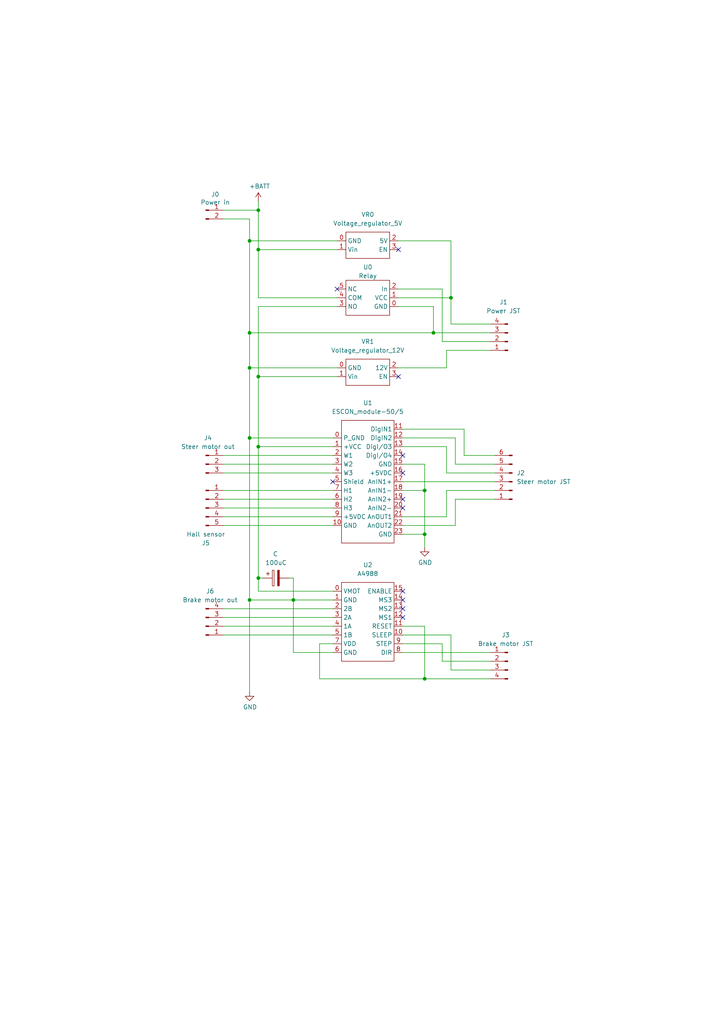
<source format=kicad_sch>
(kicad_sch (version 20211123) (generator eeschema)
  (paper "A4" portrait)
  (title_block (title "HV-schematic") (date "2022-04-13") (rev "1") (company "University of Padova") (comment 1 "High-voltage motherboard schematic"))
  (lib_symbols
    (symbol "Connector:Conn_01x02_Male" (pin_names (offset 1.016) hide)
      (property "Reference" "J" (at 0 2.54 0))
      (property "Value" "Conn_01x02_Male" (at 0 -5.08 0))
      (symbol "Conn_01x02_Male_1_1"
        (polyline (pts (xy 1.27 -2.54) (xy 0.8636 -2.54)) (stroke (width 0.1524)))
        (polyline (pts (xy 1.27 0) (xy 0.8636 0)) (stroke (width 0.1524)))
        (rectangle (start 0.8636 -2.413) (end 0 -2.667) (stroke (width 0.1524)) (fill (type outline)))
        (rectangle (start 0.8636 0.127) (end 0 -0.127) (stroke (width 0.1524)) (fill (type outline)))
        (pin passive line (at 5.08 0 180) (length 3.81) (name "Pin_1") (number "1"))
        (pin passive line (at 5.08 -2.54 180) (length 3.81) (name "Pin_2") (number "2"))
      )
    )
    (symbol "Connector:Conn_01x03_Male" (pin_names (offset 1.016) hide)
      (property "Reference" "J" (at 0 5.08 0))
      (property "Value" "Conn_01x03_Male" (at 0 -5.08 0))
      (symbol "Conn_01x03_Male_1_1"
        (polyline (pts (xy 1.27 -2.54) (xy 0.8636 -2.54)) (stroke (width 0.1524)))
        (polyline (pts (xy 1.27 0) (xy 0.8636 0)) (stroke (width 0.1524)))
        (polyline (pts (xy 1.27 2.54) (xy 0.8636 2.54)) (stroke (width 0.1524)))
        (rectangle (start 0.8636 -2.413) (end 0 -2.667) (stroke (width 0.1524)) (fill (type outline)))
        (rectangle (start 0.8636 0.127) (end 0 -0.127) (stroke (width 0.1524)) (fill (type outline)))
        (rectangle (start 0.8636 2.667) (end 0 2.413) (stroke (width 0.1524)) (fill (type outline)))
        (pin passive line (at 5.08 2.54 180) (length 3.81) (name "Pin_1") (number "1"))
        (pin passive line (at 5.08 0 180) (length 3.81) (name "Pin_2") (number "2"))
        (pin passive line (at 5.08 -2.54 180) (length 3.81) (name "Pin_3") (number "3"))
      )
    )
    (symbol "Connector:Conn_01x04_Male" (pin_names (offset 1.016) hide)
      (property "Reference" "J" (at 0 5.08 0))
      (property "Value" "Conn_01x04_Male" (at 0 -7.62 0))
      (symbol "Conn_01x04_Male_1_1"
        (polyline (pts (xy 1.27 -5.08) (xy 0.8636 -5.08)) (stroke (width 0.1524)))
        (polyline (pts (xy 1.27 -2.54) (xy 0.8636 -2.54)) (stroke (width 0.1524)))
        (polyline (pts (xy 1.27 0) (xy 0.8636 0)) (stroke (width 0.1524)))
        (polyline (pts (xy 1.27 2.54) (xy 0.8636 2.54)) (stroke (width 0.1524)))
        (rectangle (start 0.8636 -4.953) (end 0 -5.207) (stroke (width 0.1524)) (fill (type outline)))
        (rectangle (start 0.8636 -2.413) (end 0 -2.667) (stroke (width 0.1524)) (fill (type outline)))
        (rectangle (start 0.8636 0.127) (end 0 -0.127) (stroke (width 0.1524)) (fill (type outline)))
        (rectangle (start 0.8636 2.667) (end 0 2.413) (stroke (width 0.1524)) (fill (type outline)))
        (pin passive line (at 5.08 2.54 180) (length 3.81) (name "Pin_1") (number "1"))
        (pin passive line (at 5.08 0 180) (length 3.81) (name "Pin_2") (number "2"))
        (pin passive line (at 5.08 -2.54 180) (length 3.81) (name "Pin_3") (number "3"))
        (pin passive line (at 5.08 -5.08 180) (length 3.81) (name "Pin_4") (number "4"))
      )
    )
    (symbol "Connector:Conn_01x05_Male" (pin_names (offset 1.016) hide)
      (property "Reference" "J" (at 0 7.62 0))
      (property "Value" "Conn_01x05_Male" (at 0 -7.62 0))
      (symbol "Conn_01x05_Male_1_1"
        (polyline (pts (xy 1.27 -5.08) (xy 0.8636 -5.08)) (stroke (width 0.1524)))
        (polyline (pts (xy 1.27 -2.54) (xy 0.8636 -2.54)) (stroke (width 0.1524)))
        (polyline (pts (xy 1.27 0) (xy 0.8636 0)) (stroke (width 0.1524)))
        (polyline (pts (xy 1.27 2.54) (xy 0.8636 2.54)) (stroke (width 0.1524)))
        (polyline (pts (xy 1.27 5.08) (xy 0.8636 5.08)) (stroke (width 0.1524)))
        (rectangle (start 0.8636 -4.953) (end 0 -5.207) (stroke (width 0.1524)) (fill (type outline)))
        (rectangle (start 0.8636 -2.413) (end 0 -2.667) (stroke (width 0.1524)) (fill (type outline)))
        (rectangle (start 0.8636 0.127) (end 0 -0.127) (stroke (width 0.1524)) (fill (type outline)))
        (rectangle (start 0.8636 2.667) (end 0 2.413) (stroke (width 0.1524)) (fill (type outline)))
        (rectangle (start 0.8636 5.207) (end 0 4.953) (stroke (width 0.1524)) (fill (type outline)))
        (pin passive line (at 5.08 5.08 180) (length 3.81) (name "Pin_1") (number "1"))
        (pin passive line (at 5.08 2.54 180) (length 3.81) (name "Pin_2") (number "2"))
        (pin passive line (at 5.08 0 180) (length 3.81) (name "Pin_3") (number "3"))
        (pin passive line (at 5.08 -2.54 180) (length 3.81) (name "Pin_4") (number "4"))
        (pin passive line (at 5.08 -5.08 180) (length 3.81) (name "Pin_5") (number "5"))
      )
    )
    (symbol "Connector:Conn_01x06_Male" (pin_names (offset 1.016) hide)
      (property "Reference" "J" (at 0 7.62 0))
      (property "Value" "Conn_01x06_Male" (at 0 -10.16 0))
      (symbol "Conn_01x06_Male_1_1"
        (polyline (pts (xy 1.27 -7.62) (xy 0.8636 -7.62)) (stroke (width 0.1524)))
        (polyline (pts (xy 1.27 -5.08) (xy 0.8636 -5.08)) (stroke (width 0.1524)))
        (polyline (pts (xy 1.27 -2.54) (xy 0.8636 -2.54)) (stroke (width 0.1524)))
        (polyline (pts (xy 1.27 0) (xy 0.8636 0)) (stroke (width 0.1524)))
        (polyline (pts (xy 1.27 2.54) (xy 0.8636 2.54)) (stroke (width 0.1524)))
        (polyline (pts (xy 1.27 5.08) (xy 0.8636 5.08)) (stroke (width 0.1524)))
        (rectangle (start 0.8636 -7.493) (end 0 -7.747) (stroke (width 0.1524)) (fill (type outline)))
        (rectangle (start 0.8636 -4.953) (end 0 -5.207) (stroke (width 0.1524)) (fill (type outline)))
        (rectangle (start 0.8636 -2.413) (end 0 -2.667) (stroke (width 0.1524)) (fill (type outline)))
        (rectangle (start 0.8636 0.127) (end 0 -0.127) (stroke (width 0.1524)) (fill (type outline)))
        (rectangle (start 0.8636 2.667) (end 0 2.413) (stroke (width 0.1524)) (fill (type outline)))
        (rectangle (start 0.8636 5.207) (end 0 4.953) (stroke (width 0.1524)) (fill (type outline)))
        (pin passive line (at 5.08 5.08 180) (length 3.81) (name "Pin_1") (number "1"))
        (pin passive line (at 5.08 2.54 180) (length 3.81) (name "Pin_2") (number "2"))
        (pin passive line (at 5.08 0 180) (length 3.81) (name "Pin_3") (number "3"))
        (pin passive line (at 5.08 -2.54 180) (length 3.81) (name "Pin_4") (number "4"))
        (pin passive line (at 5.08 -5.08 180) (length 3.81) (name "Pin_5") (number "5"))
        (pin passive line (at 5.08 -7.62 180) (length 3.81) (name "Pin_6") (number "6"))
      )
    )
    (symbol "SBBMicro:A4988"
      (property "Reference" "U" (at 0 15.24 0))
      (property "Value" "A4988" (at 0 12.7 0))
      (symbol "A4988_0_1"
        (rectangle (start -7.62 11.43) (end 7.62 -11.43))
      )
      (symbol "A4988_1_1"
        (pin passive line (at -10.16 8.89 0) (length 2.54) (name "VMOT") (number "0"))
        (pin passive line (at -10.16 6.35 0) (length 2.54) (name "GND") (number "1"))
        (pin passive line (at 10.16 -3.81 180) (length 2.54) (name "SLEEP") (number "10"))
        (pin passive line (at 10.16 -1.27 180) (length 2.54) (name "RESET") (number "11"))
        (pin passive line (at 10.16 1.27 180) (length 2.54) (name "MS1") (number "12"))
        (pin passive line (at 10.16 3.81 180) (length 2.54) (name "MS2") (number "13"))
        (pin passive line (at 10.16 6.35 180) (length 2.54) (name "MS3") (number "14"))
        (pin passive line (at 10.16 8.89 180) (length 2.54) (name "ENABLE") (number "15"))
        (pin passive line (at -10.16 3.81 0) (length 2.54) (name "2B") (number "2"))
        (pin passive line (at -10.16 1.27 0) (length 2.54) (name "2A") (number "3"))
        (pin passive line (at -10.16 -1.27 0) (length 2.54) (name "1A") (number "4"))
        (pin passive line (at -10.16 -3.81 0) (length 2.54) (name "1B") (number "5"))
        (pin passive line (at -10.16 -8.89 0) (length 2.54) (name "GND") (number "6"))
        (pin passive line (at -10.16 -6.35 0) (length 2.54) (name "VDD") (number "7"))
        (pin passive line (at 10.16 -8.89 180) (length 2.54) (name "DIR") (number "8"))
        (pin passive line (at 10.16 -6.35 180) (length 2.54) (name "STEP") (number "9"))
      )
    )
    (symbol "SBBMicro:ESCON_module-50{slash}5"
      (property "Reference" "U" (at 0 22.86 0))
      (property "Value" "ESCON_module-50{slash}5" (at 0 20.32 0))
      (symbol "ESCON_module-50{slash}5_0_1"
        (rectangle (start -7.62 17.78) (end 7.62 -17.78))
      )
      (symbol "ESCON_module-50{slash}5_1_1"
        (pin passive line (at -10.16 12.7 0) (length 2.54) (name "P_GND") (number "0"))
        (pin passive line (at -10.16 10.16 0) (length 2.54) (name "+VCC") (number "1"))
        (pin passive line (at -10.16 -12.7 0) (length 2.54) (name "GND") (number "10"))
        (pin passive line (at 10.16 15.24 180) (length 2.54) (name "DigIN1") (number "11"))
        (pin passive line (at 10.16 12.7 180) (length 2.54) (name "DigIN2") (number "12"))
        (pin passive line (at 10.16 10.16 180) (length 2.54) (name "DigI/O3") (number "13"))
        (pin passive line (at 10.16 7.62 180) (length 2.54) (name "DigI/O4") (number "14"))
        (pin passive line (at 10.16 5.08 180) (length 2.54) (name "GND") (number "15"))
        (pin passive line (at 10.16 2.54 180) (length 2.54) (name "+5VDC") (number "16"))
        (pin passive line (at 10.16 0 180) (length 2.54) (name "AnIN1+") (number "17"))
        (pin passive line (at 10.16 -2.54 180) (length 2.54) (name "AnIN1-") (number "18"))
        (pin passive line (at 10.16 -5.08 180) (length 2.54) (name "AnIN2+") (number "19"))
        (pin passive line (at -10.16 7.62 0) (length 2.54) (name "W1") (number "2"))
        (pin passive line (at 10.16 -7.62 180) (length 2.54) (name "AnIN2-") (number "20"))
        (pin passive line (at 10.16 -10.16 180) (length 2.54) (name "AnOUT1") (number "21"))
        (pin passive line (at 10.16 -12.7 180) (length 2.54) (name "AnOUT2") (number "22"))
        (pin passive line (at 10.16 -15.24 180) (length 2.54) (name "GND") (number "23"))
        (pin passive line (at -10.16 5.08 0) (length 2.54) (name "W2") (number "3"))
        (pin passive line (at -10.16 2.54 0) (length 2.54) (name "W3") (number "4"))
        (pin passive line (at -10.16 0 0) (length 2.54) (name "Shield") (number "5"))
        (pin passive line (at -10.16 -5.08 0) (length 2.54) (name "H2") (number "6"))
        (pin passive line (at -10.16 -2.54 0) (length 2.54) (name "H1") (number "7"))
        (pin passive line (at -10.16 -7.62 0) (length 2.54) (name "H3") (number "8"))
        (pin passive line (at -10.16 -10.16 0) (length 2.54) (name "+5VDC") (number "9"))
      )
    )
    (symbol "SBBMicro:Relay"
      (property "Reference" "U" (at 0 8.89 0))
      (property "Value" "Relay" (at 0 6.35 0))
      (symbol "Relay_0_1"
        (rectangle (start -6.35 5.08) (end 6.35 -5.08))
      )
      (symbol "Relay_1_1"
        (pin passive line (at -8.89 2.54 0) (length 2.54) (name "GND") (number "0"))
        (pin passive line (at -8.89 0 0) (length 2.54) (name "VCC") (number "1"))
        (pin passive line (at -8.89 -2.54 0) (length 2.54) (name "In") (number "2"))
        (pin passive line (at 8.89 2.54 180) (length 2.54) (name "NO") (number "3"))
        (pin passive line (at 8.89 0 180) (length 2.54) (name "COM") (number "4"))
        (pin passive line (at 8.89 -2.54 180) (length 2.54) (name "NC") (number "5"))
      )
    )
    (symbol "SBBMicro:Voltage_regulator_12V"
      (property "Reference" "VR" (at -1.27 7.62 0))
      (property "Value" "Voltage_regulator_12V" (at 0 5.08 0))
      (symbol "Voltage_regulator_12V_0_1"
        (rectangle (start -6.35 3.81) (end 6.35 -3.81))
      )
      (symbol "Voltage_regulator_12V_1_1"
        (pin passive line (at -8.89 1.27 0) (length 2.54) (name "GND") (number "0"))
        (pin passive line (at -8.89 -1.27 0) (length 2.54) (name "Vin") (number "1"))
        (pin passive line (at 8.89 1.27 180) (length 2.54) (name "12V") (number "2"))
        (pin passive line (at 8.89 -1.27 180) (length 2.54) (name "EN") (number "3"))
      )
    )
    (symbol "SBBMicro:Voltage_regulator_5V"
      (property "Reference" "VR" (at -1.27 7.62 0))
      (property "Value" "Voltage_regulator_5V" (at 0 5.08 0))
      (symbol "Voltage_regulator_5V_0_1"
        (rectangle (start -6.35 3.81) (end 6.35 -3.81))
      )
      (symbol "Voltage_regulator_5V_1_1"
        (pin passive line (at -8.89 1.27 0) (length 2.54) (name "GND") (number "0"))
        (pin passive line (at -8.89 -1.27 0) (length 2.54) (name "Vin") (number "1"))
        (pin passive line (at 8.89 1.27 180) (length 2.54) (name "5V") (number "2"))
        (pin passive line (at 8.89 -1.27 180) (length 2.54) (name "EN") (number "3"))
      )
    )
    (symbol "power:+BATT" (power) (pin_names (offset 0))
      (property "Value" "+BATT" (at 0 3.556 0))
      (symbol "+BATT_0_1"
        (polyline (pts (xy -0.762 1.27) (xy 0 2.54)))
        (polyline (pts (xy 0 0) (xy 0 2.54)))
        (polyline (pts (xy 0 2.54) (xy 0.762 1.27)))
      )
      (symbol "+BATT_1_1"
        (pin power_in line (at 0 0 90) (length 0) hide (name "+BATT") (number "1"))
      )
    )
    (symbol "power:GND" (power) (pin_names (offset 0))
      (property "Value" "GND" (at 0 -3.81 0))
      (symbol "GND_0_1"
        (polyline (pts (xy 0 0) (xy 0 -1.27) (xy 1.27 -1.27) (xy 0 -2.54) (xy -1.27 -1.27) (xy 0 -1.27)))
      )
      (symbol "GND_1_1"
        (pin power_in line (at 0 0 270) (length 0) hide (name "GND") (number "1"))
      )
    )
    (symbol "power_board-rescue:CP-Device" (pin_numbers hide) (pin_names (offset 0.254))
      (property "Reference" "C" (at 0.635 2.54 0))
      (property "Value" "CP-Device" (at 0.635 -2.54 0))
      (symbol "CP-Device_0_1"
        (rectangle (start -2.286 0.508) (end 2.286 1.016))
        (polyline (pts (xy -1.778 2.286) (xy -0.762 2.286)))
        (polyline (pts (xy -1.27 2.794) (xy -1.27 1.778)))
        (rectangle (start 2.286 -0.508) (end -2.286 -1.016) (fill (type outline)))
      )
      (symbol "CP-Device_1_1"
        (pin passive line (at 0 3.81 270) (length 2.794) (name "~") (number "1"))
        (pin passive line (at 0 -3.81 90) (length 2.794) (name "~") (number "2"))
      )
    )
  )
  (junction (at 130.81 86.36))
  (junction (at 74.93 60.96))
  (junction (at 72.39 173.99))
  (junction (at 72.39 96.52))
  (junction (at 123.19 196.85))
  (junction (at 123.19 154.94))
  (junction (at 72.39 127))
  (junction (at 85.09 173.99))
  (junction (at 125.73 96.52))
  (junction (at 123.19 142.24))
  (junction (at 74.93 167.64))
  (junction (at 72.39 106.68))
  (junction (at 72.39 69.85))
  (junction (at 74.93 129.54))
  (junction (at 74.93 72.39))
  (junction (at 74.93 109.22))
  (no_connect (at 115.57 72.39))
  (no_connect (at 116.84 137.16))
  (no_connect (at 97.79 83.82))
  (no_connect (at 116.84 144.78))
  (no_connect (at 116.84 147.32))
  (no_connect (at 116.84 132.08))
  (no_connect (at 116.84 171.45))
  (no_connect (at 116.84 176.53))
  (no_connect (at 116.84 173.99))
  (no_connect (at 116.84 179.07))
  (no_connect (at 96.52 139.7))
  (no_connect (at 115.57 109.22))
  (wire (pts (xy 74.93 109.22) (xy 74.93 129.54)))
  (wire (pts (xy 92.71 186.69) (xy 92.71 196.85)))
  (wire (pts (xy 64.77 152.4) (xy 96.52 152.4)))
  (wire (pts (xy 123.19 134.62) (xy 123.19 142.24)))
  (wire (pts (xy 97.79 72.39) (xy 74.93 72.39)))
  (wire (pts (xy 72.39 106.68) (xy 72.39 127)))
  (wire (pts (xy 74.93 86.36) (xy 97.79 86.36)))
  (wire (pts (xy 72.39 127) (xy 72.39 173.99)))
  (wire (pts (xy 142.24 93.98) (xy 130.81 93.98)))
  (wire (pts (xy 125.73 96.52) (xy 142.24 96.52)))
  (wire (pts (xy 64.77 63.5) (xy 72.39 63.5)))
  (wire (pts (xy 74.93 88.9) (xy 74.93 109.22)))
  (wire (pts (xy 116.84 181.61) (xy 123.19 181.61)))
  (wire (pts (xy 130.81 69.85) (xy 115.57 69.85)))
  (wire (pts (xy 115.57 86.36) (xy 130.81 86.36)))
  (wire (pts (xy 115.57 83.82) (xy 128.27 83.82)))
  (wire (pts (xy 134.62 124.46) (xy 134.62 132.08)))
  (wire (pts (xy 130.81 184.15) (xy 116.84 184.15)))
  (wire (pts (xy 116.84 186.69) (xy 128.27 186.69)))
  (wire (pts (xy 72.39 63.5) (xy 72.39 69.85)))
  (wire (pts (xy 134.62 132.08) (xy 143.51 132.08)))
  (wire (pts (xy 85.09 173.99) (xy 96.52 173.99)))
  (wire (pts (xy 128.27 186.69) (xy 128.27 191.77)))
  (wire (pts (xy 142.24 194.31) (xy 130.81 194.31)))
  (wire (pts (xy 116.84 127) (xy 132.08 127)))
  (wire (pts (xy 129.54 129.54) (xy 129.54 137.16)))
  (wire (pts (xy 132.08 144.78) (xy 143.51 144.78)))
  (wire (pts (xy 74.93 129.54) (xy 74.93 167.64)))
  (wire (pts (xy 72.39 173.99) (xy 72.39 200.66)))
  (wire (pts (xy 64.77 176.53) (xy 96.52 176.53)))
  (wire (pts (xy 96.52 189.23) (xy 85.09 189.23)))
  (wire (pts (xy 74.93 167.64) (xy 74.93 171.45)))
  (wire (pts (xy 85.09 167.64) (xy 85.09 173.99)))
  (wire (pts (xy 64.77 184.15) (xy 96.52 184.15)))
  (wire (pts (xy 96.52 171.45) (xy 74.93 171.45)))
  (wire (pts (xy 116.84 154.94) (xy 123.19 154.94)))
  (wire (pts (xy 64.77 132.08) (xy 96.52 132.08)))
  (wire (pts (xy 116.84 124.46) (xy 134.62 124.46)))
  (wire (pts (xy 72.39 96.52) (xy 72.39 106.68)))
  (wire (pts (xy 72.39 69.85) (xy 97.79 69.85)))
  (wire (pts (xy 116.84 142.24) (xy 123.19 142.24)))
  (wire (pts (xy 64.77 144.78) (xy 96.52 144.78)))
  (wire (pts (xy 132.08 134.62) (xy 143.51 134.62)))
  (wire (pts (xy 72.39 106.68) (xy 97.79 106.68)))
  (wire (pts (xy 123.19 154.94) (xy 123.19 158.75)))
  (wire (pts (xy 96.52 186.69) (xy 92.71 186.69)))
  (wire (pts (xy 74.93 109.22) (xy 97.79 109.22)))
  (wire (pts (xy 129.54 101.6) (xy 142.24 101.6)))
  (wire (pts (xy 85.09 189.23) (xy 85.09 173.99)))
  (wire (pts (xy 92.71 196.85) (xy 123.19 196.85)))
  (wire (pts (xy 74.93 129.54) (xy 96.52 129.54)))
  (wire (pts (xy 128.27 83.82) (xy 128.27 99.06)))
  (wire (pts (xy 129.54 106.68) (xy 129.54 101.6)))
  (wire (pts (xy 97.79 88.9) (xy 74.93 88.9)))
  (wire (pts (xy 72.39 96.52) (xy 125.73 96.52)))
  (wire (pts (xy 116.84 134.62) (xy 123.19 134.62)))
  (wire (pts (xy 116.84 149.86) (xy 129.54 149.86)))
  (wire (pts (xy 64.77 137.16) (xy 96.52 137.16)))
  (wire (pts (xy 129.54 149.86) (xy 129.54 142.24)))
  (wire (pts (xy 115.57 88.9) (xy 125.73 88.9)))
  (wire (pts (xy 116.84 189.23) (xy 142.24 189.23)))
  (wire (pts (xy 64.77 142.24) (xy 96.52 142.24)))
  (wire (pts (xy 64.77 179.07) (xy 96.52 179.07)))
  (wire (pts (xy 132.08 127) (xy 132.08 134.62)))
  (wire (pts (xy 130.81 86.36) (xy 130.81 93.98)))
  (wire (pts (xy 64.77 147.32) (xy 96.52 147.32)))
  (wire (pts (xy 64.77 134.62) (xy 96.52 134.62)))
  (wire (pts (xy 132.08 152.4) (xy 132.08 144.78)))
  (wire (pts (xy 125.73 88.9) (xy 125.73 96.52)))
  (wire (pts (xy 115.57 106.68) (xy 129.54 106.68)))
  (wire (pts (xy 72.39 127) (xy 96.52 127)))
  (wire (pts (xy 64.77 60.96) (xy 74.93 60.96)))
  (wire (pts (xy 129.54 142.24) (xy 143.51 142.24)))
  (wire (pts (xy 74.93 60.96) (xy 74.93 72.39)))
  (wire (pts (xy 116.84 152.4) (xy 132.08 152.4)))
  (wire (pts (xy 123.19 196.85) (xy 142.24 196.85)))
  (wire (pts (xy 129.54 137.16) (xy 143.51 137.16)))
  (wire (pts (xy 130.81 69.85) (xy 130.81 86.36)))
  (wire (pts (xy 128.27 99.06) (xy 142.24 99.06)))
  (wire (pts (xy 74.93 72.39) (xy 74.93 86.36)))
  (wire (pts (xy 83.82 167.64) (xy 85.09 167.64)))
  (wire (pts (xy 123.19 181.61) (xy 123.19 196.85)))
  (wire (pts (xy 116.84 129.54) (xy 129.54 129.54)))
  (wire (pts (xy 72.39 69.85) (xy 72.39 96.52)))
  (wire (pts (xy 128.27 191.77) (xy 142.24 191.77)))
  (wire (pts (xy 130.81 194.31) (xy 130.81 184.15)))
  (wire (pts (xy 72.39 173.99) (xy 85.09 173.99)))
  (wire (pts (xy 116.84 139.7) (xy 143.51 139.7)))
  (wire (pts (xy 64.77 181.61) (xy 96.52 181.61)))
  (wire (pts (xy 74.93 60.96) (xy 74.93 58.42)))
  (wire (pts (xy 123.19 142.24) (xy 123.19 154.94)))
  (wire (pts (xy 74.93 167.64) (xy 76.2 167.64)))
  (wire (pts (xy 64.77 149.86) (xy 96.52 149.86)))
  (symbol (lib_id "power:GND") (at 123.19 158.75 0) (unit 1)
    (property "Reference" "#PWR?" (effects hide))
    (property "Value" "GND" (at 123.317 163.1442 0))
  )
  (symbol (lib_id "SBBMicro:Relay") (at 106.68 86.36 180) (unit 1)
    (property "Reference" "U0" (at 106.68 77.47 0))
    (property "Value" "Relay" (at 106.68 80.01 0))
  )
  (symbol (lib_id "Connector:Conn_01x04_Male") (at 59.69 181.61 0) (mirror x) (unit 1)
    (property "Reference" "J6" (at 60.96 171.45 0))
    (property "Value" "Brake motor out" (at 60.96 173.99 0))
  )
  (symbol (lib_id "SBBMicro:ESCON_module-50{slash}5") (at 106.68 139.7 0) (unit 1)
    (property "Reference" "U1" (at 106.68 116.84 0))
    (property "Value" "ESCON_module-50/5" (at 106.68 119.38 0))
  )
  (symbol (lib_id "Connector:Conn_01x02_Male") (at 59.69 60.96 0) (unit 1)
    (property "Reference" "J0" (at 62.4332 56.3626 0))
    (property "Value" "Power in" (at 62.4332 58.674 0))
    (property "Footprint" "TerminalBlock:TerminalBlock_bornier-2_P5.08mm" (effects hide))
  )
  (symbol (lib_id "SBBMicro:A4988") (at 106.68 180.34 0) (unit 1)
    (property "Reference" "U2" (at 106.68 163.83 0))
    (property "Value" "A4988" (at 106.68 166.37 0))
  )
  (symbol (lib_id "power:+BATT") (at 74.93 58.42 0) (unit 1)
    (property "Reference" "#PWR?" (effects hide))
    (property "Value" "+BATT" (at 75.311 54.0258 0))
  )
  (symbol (lib_id "Connector:Conn_01x06_Male") (at 148.59 139.7 180) (unit 1)
    (property "Reference" "J2" (at 149.86 137.1599 0) (effects (justify right)))
    (property "Value" "Steer motor JST" (at 149.86 139.6999 0) (effects (justify right)))
  )
  (symbol (lib_id "power_board-rescue:CP-Device") (at 80.01 167.64 90) (mirror x) (unit 1)
    (property "Reference" "C" (at 80.645 160.655 90) (effects (justify left)))
    (property "Value" "100uC" (at 83.185 163.195 90) (effects (justify left)))
    (property "Footprint" "Capacitor_THT:CP_Radial_D5.0mm_P2.50mm" (effects hide))
  )
  (symbol (lib_id "SBBMicro:Voltage_regulator_12V") (at 106.68 107.95 0) (unit 1)
    (property "Reference" "VR1" (at 106.68 99.06 0))
    (property "Value" "Voltage_regulator_12V" (at 106.68 101.6 0))
  )
  (symbol (lib_id "Connector:Conn_01x04_Male") (at 147.32 99.06 180) (unit 1)
    (property "Reference" "J1" (at 146.05 87.63 0))
    (property "Value" "Power JST" (at 146.05 90.17 0))
  )
  (symbol (lib_id "Connector:Conn_01x05_Male") (at 59.69 147.32 0) (unit 1)
    (property "Reference" "J5" (at 59.69 157.48 0))
    (property "Value" "Hall sensor" (at 59.69 154.94 0))
  )
  (symbol (lib_id "power:GND") (at 72.39 200.66 0) (unit 1)
    (property "Reference" "#PWR?" (effects hide))
    (property "Value" "GND" (at 72.517 205.0542 0))
  )
  (symbol (lib_id "Connector:Conn_01x03_Male") (at 59.69 134.62 0) (unit 1)
    (property "Reference" "J4" (at 60.325 127 0))
    (property "Value" "Steer motor out" (at 60.325 129.54 0))
  )
  (symbol (lib_id "Connector:Conn_01x04_Male") (at 147.32 191.77 0) (mirror y) (unit 1)
    (property "Reference" "J3" (at 146.685 184.15 0))
    (property "Value" "Brake motor JST" (at 146.685 186.69 0))
  )
  (symbol (lib_id "SBBMicro:Voltage_regulator_5V") (at 106.68 71.12 0) (unit 1)
    (property "Reference" "VR0" (at 106.68 62.23 0))
    (property "Value" "Voltage_regulator_5V" (at 106.68 64.77 0))
  )
)
</source>
